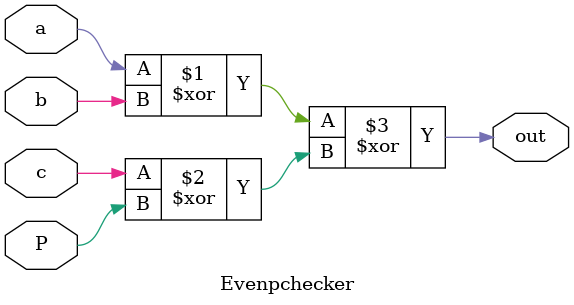
<source format=v>

module Evenpchecker( input a,b,c,P, output out);
  assign out=((a^b)^(c^P));
endmodule
  

</source>
